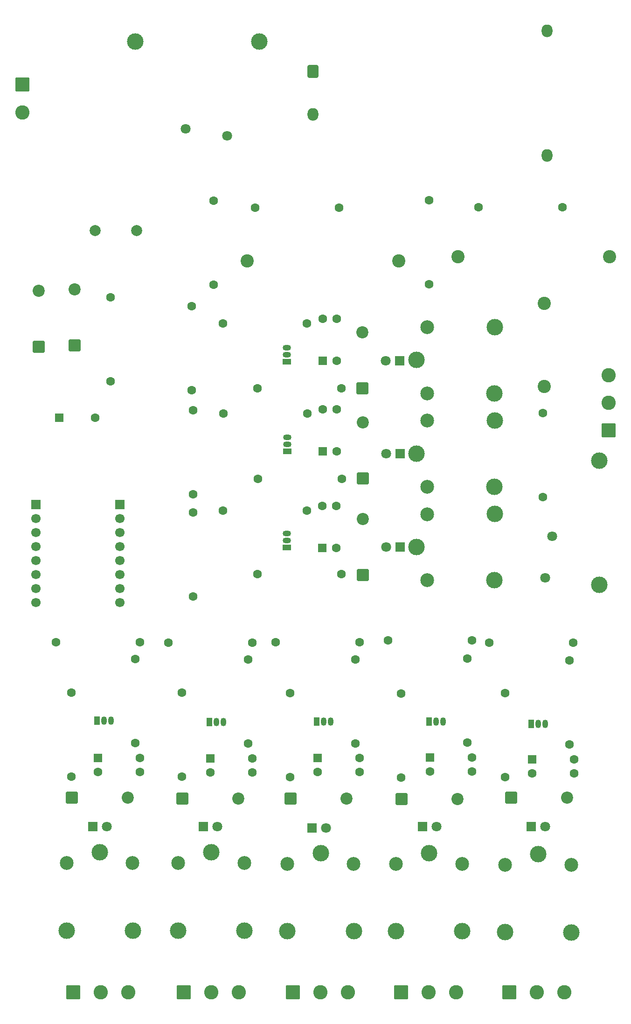
<source format=gbr>
%TF.GenerationSoftware,KiCad,Pcbnew,9.0.7*%
%TF.CreationDate,2026-02-23T21:41:38+05:30*%
%TF.ProjectId,Home_Automation,486f6d65-5f41-4757-946f-6d6174696f6e,rev?*%
%TF.SameCoordinates,Original*%
%TF.FileFunction,Copper,L2,Bot*%
%TF.FilePolarity,Positive*%
%FSLAX46Y46*%
G04 Gerber Fmt 4.6, Leading zero omitted, Abs format (unit mm)*
G04 Created by KiCad (PCBNEW 9.0.7) date 2026-02-23 21:41:38*
%MOMM*%
%LPD*%
G01*
G04 APERTURE LIST*
G04 Aperture macros list*
%AMRoundRect*
0 Rectangle with rounded corners*
0 $1 Rounding radius*
0 $2 $3 $4 $5 $6 $7 $8 $9 X,Y pos of 4 corners*
0 Add a 4 corners polygon primitive as box body*
4,1,4,$2,$3,$4,$5,$6,$7,$8,$9,$2,$3,0*
0 Add four circle primitives for the rounded corners*
1,1,$1+$1,$2,$3*
1,1,$1+$1,$4,$5*
1,1,$1+$1,$6,$7*
1,1,$1+$1,$8,$9*
0 Add four rect primitives between the rounded corners*
20,1,$1+$1,$2,$3,$4,$5,0*
20,1,$1+$1,$4,$5,$6,$7,0*
20,1,$1+$1,$6,$7,$8,$9,0*
20,1,$1+$1,$8,$9,$2,$3,0*%
G04 Aperture macros list end*
%TA.AperFunction,ComponentPad*%
%ADD10R,1.800000X1.800000*%
%TD*%
%TA.AperFunction,ComponentPad*%
%ADD11C,1.800000*%
%TD*%
%TA.AperFunction,ComponentPad*%
%ADD12RoundRect,0.250000X-0.550000X-0.550000X0.550000X-0.550000X0.550000X0.550000X-0.550000X0.550000X0*%
%TD*%
%TA.AperFunction,ComponentPad*%
%ADD13C,1.600000*%
%TD*%
%TA.AperFunction,ComponentPad*%
%ADD14RoundRect,0.250000X-1.050000X-1.050000X1.050000X-1.050000X1.050000X1.050000X-1.050000X1.050000X0*%
%TD*%
%TA.AperFunction,ComponentPad*%
%ADD15C,2.600000*%
%TD*%
%TA.AperFunction,ComponentPad*%
%ADD16RoundRect,0.249999X0.850001X-0.850001X0.850001X0.850001X-0.850001X0.850001X-0.850001X-0.850001X0*%
%TD*%
%TA.AperFunction,ComponentPad*%
%ADD17C,2.200000*%
%TD*%
%TA.AperFunction,ComponentPad*%
%ADD18R,1.600000X1.600000*%
%TD*%
%TA.AperFunction,ComponentPad*%
%ADD19C,3.000000*%
%TD*%
%TA.AperFunction,ComponentPad*%
%ADD20C,2.500000*%
%TD*%
%TA.AperFunction,ComponentPad*%
%ADD21RoundRect,0.250000X0.550000X-0.550000X0.550000X0.550000X-0.550000X0.550000X-0.550000X-0.550000X0*%
%TD*%
%TA.AperFunction,ComponentPad*%
%ADD22R,1.500000X1.050000*%
%TD*%
%TA.AperFunction,ComponentPad*%
%ADD23O,1.500000X1.050000*%
%TD*%
%TA.AperFunction,ComponentPad*%
%ADD24C,2.400000*%
%TD*%
%TA.AperFunction,ComponentPad*%
%ADD25RoundRect,0.249999X-0.850001X-0.850001X0.850001X-0.850001X0.850001X0.850001X-0.850001X0.850001X0*%
%TD*%
%TA.AperFunction,ComponentPad*%
%ADD26C,2.000000*%
%TD*%
%TA.AperFunction,ComponentPad*%
%ADD27R,1.050000X1.500000*%
%TD*%
%TA.AperFunction,ComponentPad*%
%ADD28O,1.050000X1.500000*%
%TD*%
%TA.AperFunction,ComponentPad*%
%ADD29RoundRect,0.250000X-0.750000X-0.900000X0.750000X-0.900000X0.750000X0.900000X-0.750000X0.900000X0*%
%TD*%
%TA.AperFunction,ComponentPad*%
%ADD30O,2.000000X2.300000*%
%TD*%
%TA.AperFunction,ComponentPad*%
%ADD31RoundRect,0.250000X-1.050000X1.050000X-1.050000X-1.050000X1.050000X-1.050000X1.050000X1.050000X0*%
%TD*%
%TA.AperFunction,ComponentPad*%
%ADD32R,1.700000X1.700000*%
%TD*%
%TA.AperFunction,ComponentPad*%
%ADD33C,1.700000*%
%TD*%
%TA.AperFunction,ComponentPad*%
%ADD34RoundRect,0.250000X1.050000X-1.050000X1.050000X1.050000X-1.050000X1.050000X-1.050000X-1.050000X0*%
%TD*%
G04 APERTURE END LIST*
D10*
%TO.P,D2,1,K*%
%TO.N,Net-(D2-K)*%
X50110000Y-161672500D03*
D11*
%TO.P,D2,2,A*%
%TO.N,Net-(D2-A)*%
X52650000Y-161672500D03*
%TD*%
D12*
%TO.P,U5,1*%
%TO.N,Net-(R5-Pad1)*%
X109800000Y-149432500D03*
D13*
%TO.P,U5,2*%
%TO.N,Net-(D5-A)*%
X109800000Y-151972500D03*
%TO.P,U5,3*%
%TO.N,Net-(R20-Pad2)*%
X117420000Y-151972500D03*
%TO.P,U5,4*%
%TO.N,/VCC*%
X117420000Y-149432500D03*
%TD*%
D14*
%TO.P,J5,1,Pin_1*%
%TO.N,/10*%
X46550000Y-191722500D03*
D15*
%TO.P,J5,2,Pin_2*%
%TO.N,GND*%
X51550000Y-191722500D03*
%TO.P,J5,3,Pin_3*%
%TO.N,/ii*%
X56550000Y-191722500D03*
%TD*%
D16*
%TO.P,D16,1,K*%
%TO.N,/VCC*%
X79100000Y-98500000D03*
D17*
%TO.P,D16,2,A*%
%TO.N,/G*%
X79100000Y-88340000D03*
%TD*%
D12*
%TO.P,U3,1*%
%TO.N,Net-(R3-Pad1)*%
X70895000Y-149197500D03*
D13*
%TO.P,U3,2*%
%TO.N,Net-(D3-A)*%
X70895000Y-151737500D03*
%TO.P,U3,3*%
%TO.N,Net-(R19-Pad2)*%
X78515000Y-151737500D03*
%TO.P,U3,4*%
%TO.N,/VCC*%
X78515000Y-149197500D03*
%TD*%
%TO.P,R15,1*%
%TO.N,GND*%
X60010000Y-98550000D03*
%TO.P,R15,2*%
%TO.N,Net-(D7-K)*%
X75250000Y-98550000D03*
%TD*%
%TO.P,R30,1*%
%TO.N,GND*%
X33250000Y-80870000D03*
%TO.P,R30,2*%
%TO.N,Net-(C4-Pad2)*%
X33250000Y-65630000D03*
%TD*%
D14*
%TO.P,J7,1,Pin_1*%
%TO.N,/12*%
X86050000Y-191672500D03*
D15*
%TO.P,J7,2,Pin_2*%
%TO.N,GND*%
X91050000Y-191672500D03*
%TO.P,J7,3,Pin_3*%
%TO.N,/iv*%
X96050000Y-191672500D03*
%TD*%
D13*
%TO.P,R18,1*%
%TO.N,Net-(Q2-B)*%
X58250000Y-131332500D03*
%TO.P,R18,2*%
%TO.N,Net-(R18-Pad2)*%
X58250000Y-146572500D03*
%TD*%
D10*
%TO.P,D3,1,K*%
%TO.N,Net-(D3-K)*%
X69860000Y-161922500D03*
D11*
%TO.P,D3,2,A*%
%TO.N,Net-(D3-A)*%
X72400000Y-161922500D03*
%TD*%
D13*
%TO.P,R2,1*%
%TO.N,Net-(R2-Pad1)*%
X43810000Y-128272500D03*
%TO.P,R2,2*%
%TO.N,/1*%
X59050000Y-128272500D03*
%TD*%
D12*
%TO.P,U2,1*%
%TO.N,Net-(R2-Pad1)*%
X51445000Y-149247500D03*
D13*
%TO.P,U2,2*%
%TO.N,Net-(D2-A)*%
X51445000Y-151787500D03*
%TO.P,U2,3*%
%TO.N,Net-(R18-Pad2)*%
X59065000Y-151787500D03*
%TO.P,U2,4*%
%TO.N,/VCC*%
X59065000Y-149247500D03*
%TD*%
D18*
%TO.P,BZ1,1,+*%
%TO.N,/BUZZER*%
X24000000Y-87500000D03*
D13*
%TO.P,BZ1,2,-*%
%TO.N,GND*%
X30500000Y-87500000D03*
%TD*%
%TO.P,R20,1*%
%TO.N,Net-(Q5-B)*%
X116600000Y-131532500D03*
%TO.P,R20,2*%
%TO.N,Net-(R20-Pad2)*%
X116600000Y-146772500D03*
%TD*%
%TO.P,R24,1*%
%TO.N,Net-(Q4-B)*%
X98050000Y-131182500D03*
%TO.P,R24,2*%
%TO.N,Net-(R24-Pad2)*%
X98050000Y-146422500D03*
%TD*%
D19*
%TO.P,K7,1*%
%TO.N,/AC*%
X88850000Y-93950000D03*
D20*
%TO.P,K7,2*%
%TO.N,/VCC*%
X90800000Y-100000000D03*
D19*
%TO.P,K7,3*%
%TO.N,/15*%
X103000000Y-100000000D03*
%TO.P,K7,4*%
%TO.N,unconnected-(K7-Pad4)*%
X103050000Y-87950000D03*
D20*
%TO.P,K7,5*%
%TO.N,/G*%
X90800000Y-88000000D03*
%TD*%
D21*
%TO.P,U6,1*%
%TO.N,Net-(R6-Pad1)*%
X71810000Y-77150000D03*
D13*
%TO.P,U6,2*%
%TO.N,Net-(D6-A)*%
X74350000Y-77150000D03*
%TO.P,U6,3*%
%TO.N,Net-(R21-Pad2)*%
X74350000Y-69530000D03*
%TO.P,U6,4*%
%TO.N,/VCC*%
X71810000Y-69530000D03*
%TD*%
D22*
%TO.P,Q6,1,C*%
%TO.N,/F*%
X65250000Y-77270000D03*
D23*
%TO.P,Q6,2,B*%
%TO.N,Net-(Q6-B)*%
X65250000Y-76000000D03*
%TO.P,Q6,3,E*%
%TO.N,GND*%
X65250000Y-74730000D03*
%TD*%
D13*
%TO.P,R13,1*%
%TO.N,GND*%
X104900000Y-137432500D03*
%TO.P,R13,2*%
%TO.N,Net-(D5-K)*%
X104900000Y-152672500D03*
%TD*%
D21*
%TO.P,U7,1*%
%TO.N,Net-(R7-Pad1)*%
X71810000Y-93520000D03*
D13*
%TO.P,U7,2*%
%TO.N,Net-(D7-A)*%
X74350000Y-93520000D03*
%TO.P,U7,3*%
%TO.N,Net-(R22-Pad2)*%
X74350000Y-85900000D03*
%TO.P,U7,4*%
%TO.N,/VCC*%
X71810000Y-85900000D03*
%TD*%
D24*
%TO.P,C2,1*%
%TO.N,Net-(C2-Pad1)*%
X96350000Y-58250000D03*
%TO.P,C2,2*%
%TO.N,/16*%
X123850000Y-58250000D03*
%TD*%
D10*
%TO.P,D7,1,K*%
%TO.N,Net-(D7-K)*%
X85890000Y-93950000D03*
D11*
%TO.P,D7,2,A*%
%TO.N,Net-(D7-A)*%
X83350000Y-93950000D03*
%TD*%
D13*
%TO.P,R25,1*%
%TO.N,/16*%
X111750000Y-101870000D03*
%TO.P,R25,2*%
%TO.N,Net-(C1-Pad1)*%
X111750000Y-86630000D03*
%TD*%
D25*
%TO.P,D9,1,K*%
%TO.N,/VCC*%
X26270000Y-156422500D03*
D17*
%TO.P,D9,2,A*%
%TO.N,/A*%
X36430000Y-156422500D03*
%TD*%
D26*
%TO.P,C4,1*%
%TO.N,/BUZZER*%
X30500000Y-53500000D03*
%TO.P,C4,2*%
%TO.N,Net-(C4-Pad2)*%
X38000000Y-53500000D03*
%TD*%
D13*
%TO.P,R28,1*%
%TO.N,/15*%
X59510000Y-49350000D03*
%TO.P,R28,2*%
%TO.N,/16*%
X74750000Y-49350000D03*
%TD*%
D19*
%TO.P,K5,1*%
%TO.N,GND*%
X110950000Y-166622500D03*
D20*
%TO.P,K5,2*%
%TO.N,/VCC*%
X104900000Y-168572500D03*
D19*
%TO.P,K5,3*%
%TO.N,/13*%
X104900000Y-180772500D03*
%TO.P,K5,4*%
%TO.N,/v*%
X116950000Y-180822500D03*
D20*
%TO.P,K5,5*%
%TO.N,/E*%
X116900000Y-168572500D03*
%TD*%
D13*
%TO.P,R3,1*%
%TO.N,Net-(R3-Pad1)*%
X63230000Y-128172500D03*
%TO.P,R3,2*%
%TO.N,/2*%
X78470000Y-128172500D03*
%TD*%
D16*
%TO.P,D15,1,K*%
%TO.N,/VCC*%
X79100000Y-116030000D03*
D17*
%TO.P,D15,2,A*%
%TO.N,/H*%
X79100000Y-105870000D03*
%TD*%
D13*
%TO.P,R21,1*%
%TO.N,Net-(Q6-B)*%
X53730000Y-70350000D03*
%TO.P,R21,2*%
%TO.N,Net-(R21-Pad2)*%
X68970000Y-70350000D03*
%TD*%
D19*
%TO.P,K3,1*%
%TO.N,GND*%
X71450000Y-166422500D03*
D20*
%TO.P,K3,2*%
%TO.N,/VCC*%
X65400000Y-168372500D03*
D19*
%TO.P,K3,3*%
%TO.N,/11*%
X65400000Y-180572500D03*
%TO.P,K3,4*%
%TO.N,/iii*%
X77450000Y-180622500D03*
D20*
%TO.P,K3,5*%
%TO.N,/C*%
X77400000Y-168372500D03*
%TD*%
D27*
%TO.P,Q1,1,C*%
%TO.N,/A*%
X30830000Y-142432500D03*
D28*
%TO.P,Q1,2,B*%
%TO.N,Net-(Q1-B)*%
X32100000Y-142432500D03*
%TO.P,Q1,3,E*%
%TO.N,GND*%
X33370000Y-142432500D03*
%TD*%
D25*
%TO.P,D11,1,K*%
%TO.N,/VCC*%
X65950000Y-156572500D03*
D17*
%TO.P,D11,2,A*%
%TO.N,/C*%
X76110000Y-156572500D03*
%TD*%
D13*
%TO.P,R8,1*%
%TO.N,Net-(R8-Pad1)*%
X48250000Y-119870000D03*
%TO.P,R8,2*%
%TO.N,/7*%
X48250000Y-104630000D03*
%TD*%
D19*
%TO.P,K8,1*%
%TO.N,/AC*%
X88850000Y-110900000D03*
D20*
%TO.P,K8,2*%
%TO.N,/VCC*%
X90800000Y-116950000D03*
D19*
%TO.P,K8,3*%
%TO.N,/16*%
X103000000Y-116950000D03*
%TO.P,K8,4*%
%TO.N,unconnected-(K8-Pad4)*%
X103050000Y-104900000D03*
D20*
%TO.P,K8,5*%
%TO.N,/H*%
X90800000Y-104950000D03*
%TD*%
D13*
%TO.P,R4,1*%
%TO.N,Net-(R4-Pad1)*%
X83700000Y-127822500D03*
%TO.P,R4,2*%
%TO.N,/3*%
X98940000Y-127822500D03*
%TD*%
D22*
%TO.P,Q8,1,C*%
%TO.N,/H*%
X65300000Y-110970000D03*
D23*
%TO.P,Q8,2,B*%
%TO.N,Net-(Q8-B)*%
X65300000Y-109700000D03*
%TO.P,Q8,3,E*%
%TO.N,GND*%
X65300000Y-108430000D03*
%TD*%
D25*
%TO.P,D12,1,K*%
%TO.N,/VCC*%
X86130000Y-156622500D03*
D17*
%TO.P,D12,2,A*%
%TO.N,/D*%
X96290000Y-156622500D03*
%TD*%
D29*
%TO.P,PS1,1,AC/L*%
%TO.N,Net-(PS1-AC{slash}L)*%
X70052500Y-24672500D03*
D30*
%TO.P,PS1,2,AC/N*%
%TO.N,Net-(J3-Pin_2)*%
X70052500Y-32472500D03*
%TO.P,PS1,3,-Vout*%
%TO.N,/VCC*%
X112552500Y-17272500D03*
%TO.P,PS1,4,+Vout*%
%TO.N,GND*%
X112552500Y-39872500D03*
%TD*%
D19*
%TO.P,K4,1*%
%TO.N,GND*%
X91150000Y-166422500D03*
D20*
%TO.P,K4,2*%
%TO.N,/VCC*%
X85100000Y-168372500D03*
D19*
%TO.P,K4,3*%
%TO.N,/12*%
X85100000Y-180572500D03*
%TO.P,K4,4*%
%TO.N,/iv*%
X97150000Y-180622500D03*
D20*
%TO.P,K4,5*%
%TO.N,/D*%
X97100000Y-168372500D03*
%TD*%
D13*
%TO.P,R23,1*%
%TO.N,Net-(Q8-B)*%
X53710000Y-104350000D03*
%TO.P,R23,2*%
%TO.N,Net-(R23-Pad2)*%
X68950000Y-104350000D03*
%TD*%
%TO.P,R26,1*%
%TO.N,/14*%
X100110000Y-49300000D03*
%TO.P,R26,2*%
%TO.N,/16*%
X115350000Y-49300000D03*
%TD*%
%TO.P,R16,1*%
%TO.N,GND*%
X59960000Y-115850000D03*
%TO.P,R16,2*%
%TO.N,Net-(D8-K)*%
X75200000Y-115850000D03*
%TD*%
D19*
%TO.P,F2,1*%
%TO.N,/POWER*%
X122000000Y-95250000D03*
%TO.P,F2,2*%
%TO.N,/AC*%
X122000000Y-117750000D03*
%TD*%
D13*
%TO.P,R22,1*%
%TO.N,Net-(Q7-B)*%
X53760000Y-86700000D03*
%TO.P,R22,2*%
%TO.N,Net-(R22-Pad2)*%
X69000000Y-86700000D03*
%TD*%
D16*
%TO.P,D17,1,K*%
%TO.N,GND*%
X20250000Y-74580000D03*
D17*
%TO.P,D17,2,A*%
%TO.N,/VCC*%
X20250000Y-64420000D03*
%TD*%
D13*
%TO.P,R5,1*%
%TO.N,Net-(R5-Pad1)*%
X102030000Y-128272500D03*
%TO.P,R5,2*%
%TO.N,/4*%
X117270000Y-128272500D03*
%TD*%
D21*
%TO.P,U8,1*%
%TO.N,Net-(R8-Pad1)*%
X71760000Y-111100000D03*
D13*
%TO.P,U8,2*%
%TO.N,Net-(D8-A)*%
X74300000Y-111100000D03*
%TO.P,U8,3*%
%TO.N,Net-(R23-Pad2)*%
X74300000Y-103480000D03*
%TO.P,U8,4*%
%TO.N,/VCC*%
X71760000Y-103480000D03*
%TD*%
D12*
%TO.P,U1,1*%
%TO.N,Net-(R1-Pad1)*%
X30995000Y-149147500D03*
D13*
%TO.P,U1,2*%
%TO.N,Net-(D1-A)*%
X30995000Y-151687500D03*
%TO.P,U1,3*%
%TO.N,Net-(R17-Pad2)*%
X38615000Y-151687500D03*
%TO.P,U1,4*%
%TO.N,/VCC*%
X38615000Y-149147500D03*
%TD*%
D14*
%TO.P,J8,1,Pin_1*%
%TO.N,/13*%
X105650000Y-191672500D03*
D15*
%TO.P,J8,2,Pin_2*%
%TO.N,GND*%
X110650000Y-191672500D03*
%TO.P,J8,3,Pin_3*%
%TO.N,/v*%
X115650000Y-191672500D03*
%TD*%
D31*
%TO.P,J3,1,Pin_1*%
%TO.N,Net-(J3-Pin_1)*%
X17250000Y-27000000D03*
D15*
%TO.P,J3,2,Pin_2*%
%TO.N,Net-(J3-Pin_2)*%
X17250000Y-32080000D03*
%TD*%
D27*
%TO.P,Q5,1,C*%
%TO.N,/E*%
X109660000Y-142972500D03*
D28*
%TO.P,Q5,2,B*%
%TO.N,Net-(Q5-B)*%
X110930000Y-142972500D03*
%TO.P,Q5,3,E*%
%TO.N,GND*%
X112200000Y-142972500D03*
%TD*%
D13*
%TO.P,R9,1*%
%TO.N,GND*%
X26150000Y-137332500D03*
%TO.P,R9,2*%
%TO.N,Net-(D1-K)*%
X26150000Y-152572500D03*
%TD*%
D14*
%TO.P,J4,1,Pin_1*%
%TO.N,/9*%
X26500000Y-191672500D03*
D15*
%TO.P,J4,2,Pin_2*%
%TO.N,GND*%
X31500000Y-191672500D03*
%TO.P,J4,3,Pin_3*%
%TO.N,/i*%
X36500000Y-191672500D03*
%TD*%
D13*
%TO.P,R17,1*%
%TO.N,Net-(Q1-B)*%
X37800000Y-131232500D03*
%TO.P,R17,2*%
%TO.N,Net-(R17-Pad2)*%
X37800000Y-146472500D03*
%TD*%
%TO.P,R19,1*%
%TO.N,Net-(Q3-B)*%
X77700000Y-131282500D03*
%TO.P,R19,2*%
%TO.N,Net-(R19-Pad2)*%
X77700000Y-146522500D03*
%TD*%
D19*
%TO.P,K2,1*%
%TO.N,GND*%
X51600000Y-166322500D03*
D20*
%TO.P,K2,2*%
%TO.N,/VCC*%
X45550000Y-168272500D03*
D19*
%TO.P,K2,3*%
%TO.N,/10*%
X45550000Y-180472500D03*
%TO.P,K2,4*%
%TO.N,/ii*%
X57600000Y-180522500D03*
D20*
%TO.P,K2,5*%
%TO.N,/B*%
X57550000Y-168272500D03*
%TD*%
D13*
%TO.P,R14,1*%
%TO.N,GND*%
X59960000Y-82100000D03*
%TO.P,R14,2*%
%TO.N,Net-(D6-K)*%
X75200000Y-82100000D03*
%TD*%
%TO.P,R29,1*%
%TO.N,/15*%
X52000000Y-48130000D03*
%TO.P,R29,2*%
%TO.N,Net-(C3-Pad1)*%
X52000000Y-63370000D03*
%TD*%
D12*
%TO.P,U4,1*%
%TO.N,Net-(R4-Pad1)*%
X91245000Y-149097500D03*
D13*
%TO.P,U4,2*%
%TO.N,Net-(D4-A)*%
X91245000Y-151637500D03*
%TO.P,U4,3*%
%TO.N,Net-(R24-Pad2)*%
X98865000Y-151637500D03*
%TO.P,U4,4*%
%TO.N,/VCC*%
X98865000Y-149097500D03*
%TD*%
%TO.P,R27,1*%
%TO.N,/14*%
X91100000Y-48010000D03*
%TO.P,R27,2*%
%TO.N,Net-(C2-Pad1)*%
X91100000Y-63250000D03*
%TD*%
D10*
%TO.P,D4,1,K*%
%TO.N,Net-(D4-K)*%
X89900000Y-161672500D03*
D11*
%TO.P,D4,2,A*%
%TO.N,Net-(D4-A)*%
X92440000Y-161672500D03*
%TD*%
D19*
%TO.P,K1,1*%
%TO.N,GND*%
X31350000Y-166322500D03*
D20*
%TO.P,K1,2*%
%TO.N,/VCC*%
X25300000Y-168272500D03*
D19*
%TO.P,K1,3*%
%TO.N,/9*%
X25300000Y-180472500D03*
%TO.P,K1,4*%
%TO.N,/i*%
X37350000Y-180522500D03*
D20*
%TO.P,K1,5*%
%TO.N,/A*%
X37300000Y-168272500D03*
%TD*%
D13*
%TO.P,R10,1*%
%TO.N,GND*%
X46250000Y-137372500D03*
%TO.P,R10,2*%
%TO.N,Net-(D2-K)*%
X46250000Y-152612500D03*
%TD*%
D24*
%TO.P,C1,1*%
%TO.N,Net-(C1-Pad1)*%
X112000000Y-66750000D03*
%TO.P,C1,2*%
%TO.N,GND*%
X112000000Y-81750000D03*
%TD*%
D27*
%TO.P,Q2,1,C*%
%TO.N,/B*%
X51230000Y-142632500D03*
D28*
%TO.P,Q2,2,B*%
%TO.N,Net-(Q2-B)*%
X52500000Y-142632500D03*
%TO.P,Q2,3,E*%
%TO.N,GND*%
X53770000Y-142632500D03*
%TD*%
D32*
%TO.P,J1,1,Pin_1*%
%TO.N,/VCC*%
X19750000Y-103170000D03*
D33*
%TO.P,J1,2,Pin_2*%
%TO.N,unconnected-(J1-Pin_2-Pad2)*%
X19750000Y-105710000D03*
%TO.P,J1,3,Pin_3*%
%TO.N,GND*%
X19750000Y-108250000D03*
%TO.P,J1,4,Pin_4*%
%TO.N,/4*%
X19750000Y-110790000D03*
%TO.P,J1,5,Pin_5*%
%TO.N,/3*%
X19750000Y-113330000D03*
%TO.P,J1,6,Pin_6*%
%TO.N,/2*%
X19750000Y-115870000D03*
%TO.P,J1,7,Pin_7*%
%TO.N,/1*%
X19750000Y-118410000D03*
%TO.P,J1,8,Pin_8*%
%TO.N,/0*%
X19750000Y-120950000D03*
%TD*%
D34*
%TO.P,J9,1,Pin_1*%
%TO.N,/Neutral*%
X123750000Y-89750000D03*
D15*
%TO.P,J9,2,Pin_2*%
%TO.N,/POWER*%
X123750000Y-84750000D03*
%TO.P,J9,3,Pin_3*%
%TO.N,/16*%
X123750000Y-79750000D03*
%TD*%
D24*
%TO.P,C3,1*%
%TO.N,Net-(C3-Pad1)*%
X58100000Y-59000000D03*
%TO.P,C3,2*%
%TO.N,/16*%
X85600000Y-59000000D03*
%TD*%
D19*
%TO.P,F1,1*%
%TO.N,Net-(J3-Pin_1)*%
X37800000Y-19222500D03*
%TO.P,F1,2*%
%TO.N,Net-(PS1-AC{slash}L)*%
X60300000Y-19222500D03*
%TD*%
D10*
%TO.P,D8,1,K*%
%TO.N,Net-(D8-K)*%
X85870000Y-110900000D03*
D11*
%TO.P,D8,2,A*%
%TO.N,Net-(D8-A)*%
X83330000Y-110900000D03*
%TD*%
D32*
%TO.P,J2,1,Pin_1*%
%TO.N,/5*%
X35000000Y-103170000D03*
D33*
%TO.P,J2,2,Pin_2*%
%TO.N,/6*%
X35000000Y-105710000D03*
%TO.P,J2,3,Pin_3*%
%TO.N,/7*%
X35000000Y-108250000D03*
%TO.P,J2,4,Pin_4*%
%TO.N,unconnected-(J2-Pin_4-Pad4)*%
X35000000Y-110790000D03*
%TO.P,J2,5,Pin_5*%
%TO.N,unconnected-(J2-Pin_5-Pad5)*%
X35000000Y-113330000D03*
%TO.P,J2,6,Pin_6*%
%TO.N,unconnected-(J2-Pin_6-Pad6)*%
X35000000Y-115870000D03*
%TO.P,J2,7,Pin_7*%
%TO.N,unconnected-(J2-Pin_7-Pad7)*%
X35000000Y-118410000D03*
%TO.P,J2,8,Pin_8*%
%TO.N,unconnected-(J2-Pin_8-Pad8)*%
X35000000Y-120950000D03*
%TD*%
D10*
%TO.P,D1,1,K*%
%TO.N,Net-(D1-K)*%
X30110000Y-161672500D03*
D11*
%TO.P,D1,2,A*%
%TO.N,Net-(D1-A)*%
X32650000Y-161672500D03*
%TD*%
D10*
%TO.P,D6,1,K*%
%TO.N,Net-(D6-K)*%
X85820000Y-77150000D03*
D11*
%TO.P,D6,2,A*%
%TO.N,Net-(D6-A)*%
X83280000Y-77150000D03*
%TD*%
D25*
%TO.P,D13,1,K*%
%TO.N,/VCC*%
X105980000Y-156422500D03*
D17*
%TO.P,D13,2,A*%
%TO.N,/E*%
X116140000Y-156422500D03*
%TD*%
D27*
%TO.P,Q3,1,C*%
%TO.N,/C*%
X70710000Y-142572500D03*
D28*
%TO.P,Q3,2,B*%
%TO.N,Net-(Q3-B)*%
X71980000Y-142572500D03*
%TO.P,Q3,3,E*%
%TO.N,GND*%
X73250000Y-142572500D03*
%TD*%
D13*
%TO.P,R11,1*%
%TO.N,GND*%
X65900000Y-137422500D03*
%TO.P,R11,2*%
%TO.N,Net-(D3-K)*%
X65900000Y-152662500D03*
%TD*%
D11*
%TO.P,RV1,1*%
%TO.N,Net-(J3-Pin_2)*%
X46950000Y-35022500D03*
%TO.P,RV1,2*%
%TO.N,Net-(PS1-AC{slash}L)*%
X54450000Y-36322500D03*
%TD*%
D10*
%TO.P,D5,1,K*%
%TO.N,Net-(D5-K)*%
X109690000Y-161672500D03*
D11*
%TO.P,D5,2,A*%
%TO.N,Net-(D5-A)*%
X112230000Y-161672500D03*
%TD*%
D27*
%TO.P,Q4,1,C*%
%TO.N,/D*%
X91110000Y-142572500D03*
D28*
%TO.P,Q4,2,B*%
%TO.N,Net-(Q4-B)*%
X92380000Y-142572500D03*
%TO.P,Q4,3,E*%
%TO.N,GND*%
X93650000Y-142572500D03*
%TD*%
D13*
%TO.P,R12,1*%
%TO.N,GND*%
X86000000Y-137522500D03*
%TO.P,R12,2*%
%TO.N,Net-(D4-K)*%
X86000000Y-152762500D03*
%TD*%
D25*
%TO.P,D10,1,K*%
%TO.N,/VCC*%
X46350000Y-156522500D03*
D17*
%TO.P,D10,2,A*%
%TO.N,/B*%
X56510000Y-156522500D03*
%TD*%
D13*
%TO.P,R7,1*%
%TO.N,Net-(R7-Pad1)*%
X48250000Y-101370000D03*
%TO.P,R7,2*%
%TO.N,/6*%
X48250000Y-86130000D03*
%TD*%
%TO.P,R1,1*%
%TO.N,Net-(R1-Pad1)*%
X23360000Y-128222500D03*
%TO.P,R1,2*%
%TO.N,/0*%
X38600000Y-128222500D03*
%TD*%
D16*
%TO.P,D14,1,K*%
%TO.N,/VCC*%
X79050000Y-82130000D03*
D17*
%TO.P,D14,2,A*%
%TO.N,/F*%
X79050000Y-71970000D03*
%TD*%
D11*
%TO.P,RV2,1*%
%TO.N,/Neutral*%
X113500000Y-109000000D03*
%TO.P,RV2,2*%
%TO.N,/AC*%
X112200000Y-116500000D03*
%TD*%
D13*
%TO.P,R6,1*%
%TO.N,Net-(R6-Pad1)*%
X48000000Y-82500000D03*
%TO.P,R6,2*%
%TO.N,/5*%
X48000000Y-67260000D03*
%TD*%
D19*
%TO.P,K6,1*%
%TO.N,/AC*%
X88850000Y-77000000D03*
D20*
%TO.P,K6,2*%
%TO.N,/VCC*%
X90800000Y-83050000D03*
D19*
%TO.P,K6,3*%
%TO.N,/14*%
X103000000Y-83050000D03*
%TO.P,K6,4*%
%TO.N,unconnected-(K6-Pad4)*%
X103050000Y-71000000D03*
D20*
%TO.P,K6,5*%
%TO.N,/F*%
X90800000Y-71050000D03*
%TD*%
D16*
%TO.P,D18,1,K*%
%TO.N,/BUZZER*%
X26750000Y-74330000D03*
D17*
%TO.P,D18,2,A*%
%TO.N,/VCC*%
X26750000Y-64170000D03*
%TD*%
D14*
%TO.P,J6,1,Pin_1*%
%TO.N,/11*%
X66400000Y-191672500D03*
D15*
%TO.P,J6,2,Pin_2*%
%TO.N,GND*%
X71400000Y-191672500D03*
%TO.P,J6,3,Pin_3*%
%TO.N,/iii*%
X76400000Y-191672500D03*
%TD*%
D22*
%TO.P,Q7,1,C*%
%TO.N,/G*%
X65400000Y-93590000D03*
D23*
%TO.P,Q7,2,B*%
%TO.N,Net-(Q7-B)*%
X65400000Y-92320000D03*
%TO.P,Q7,3,E*%
%TO.N,GND*%
X65400000Y-91050000D03*
%TD*%
M02*

</source>
